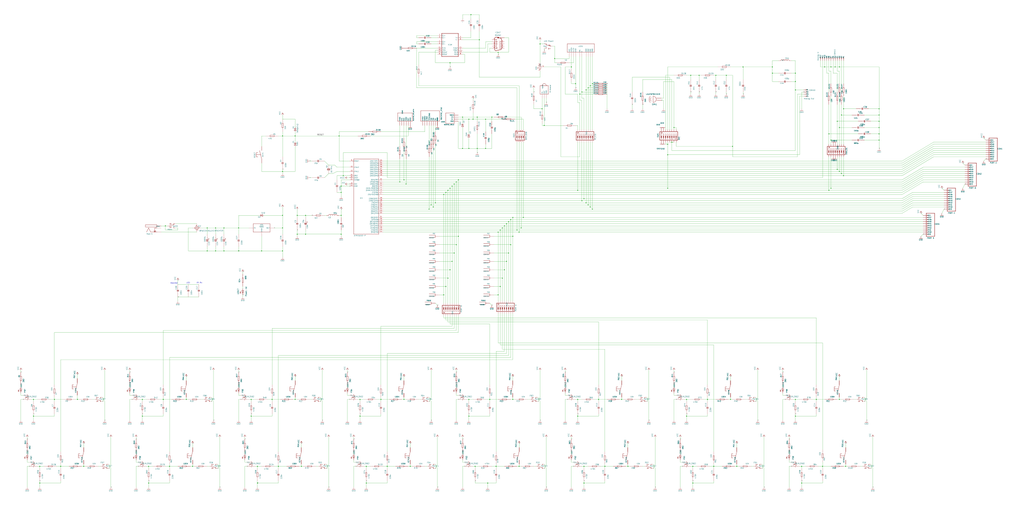
<source format=kicad_sch>
(kicad_sch
	(version 20231120)
	(generator "eeschema")
	(generator_version "8.0")
	(uuid "8430de6c-1761-4e75-b498-7d8ba276bcfc")
	(paper "User" 1242.64 620.471)
	
	(junction
		(at 40.64 485.14)
		(diameter 0)
		(color 0 0 0 0)
		(uuid "0050a515-40a1-4a4b-afa7-cad0db2d3590")
	)
	(junction
		(at 1016 147.32)
		(diameter 0)
		(color 0 0 0 0)
		(uuid "00c0c533-3216-49ec-8b74-1ba159304550")
	)
	(junction
		(at 810.26 175.26)
		(diameter 0)
		(color 0 0 0 0)
		(uuid "04abc893-03a3-4e22-9355-127901aafae7")
	)
	(junction
		(at 358.14 165.1)
		(diameter 0)
		(color 0 0 0 0)
		(uuid "069f7e5a-1d85-4fb3-aa9b-fda8bf25210d")
	)
	(junction
		(at 553.72 297.18)
		(diameter 0)
		(color 0 0 0 0)
		(uuid "06c90237-0e0b-49a1-8ddc-2b46361db7b4")
	)
	(junction
		(at 866.14 566.42)
		(diameter 0)
		(color 0 0 0 0)
		(uuid "07023a26-aebf-44e2-9dbd-cf20e1afdba9")
	)
	(junction
		(at 708.66 586.74)
		(diameter 0)
		(color 0 0 0 0)
		(uuid "071cfe91-b09e-4fd1-b0b9-550bca2447b1")
	)
	(junction
		(at 538.48 358.14)
		(diameter 0)
		(color 0 0 0 0)
		(uuid "092ce511-cba8-488c-becc-8d433b22f054")
	)
	(junction
		(at 1021.08 139.7)
		(diameter 0)
		(color 0 0 0 0)
		(uuid "0ae81064-7ca2-41e4-a0a7-6d5d9bf95903")
	)
	(junction
		(at 762 566.42)
		(diameter 0)
		(color 0 0 0 0)
		(uuid "0aeaaec2-f604-4e73-bac0-233e28ca3d87")
	)
	(junction
		(at 609.6 337.82)
		(diameter 0)
		(color 0 0 0 0)
		(uuid "0bbafeda-39ae-46b4-abf5-8d75f7f05df3")
	)
	(junction
		(at 226.06 485.14)
		(diameter 0)
		(color 0 0 0 0)
		(uuid "0d2f95b3-7519-4568-919a-d30759984954")
	)
	(junction
		(at 937.26 81.28)
		(diameter 0)
		(color 0 0 0 0)
		(uuid "0dda30c8-4f32-4a62-bec4-b0e3e8caf899")
	)
	(junction
		(at 568.96 505.46)
		(diameter 0)
		(color 0 0 0 0)
		(uuid "0e49343d-dd76-4958-851b-9e6e2a531134")
	)
	(junction
		(at 706.12 111.76)
		(diameter 0)
		(color 0 0 0 0)
		(uuid "105c89cc-17d7-4da7-9673-1260deac2f1c")
	)
	(junction
		(at 594.36 485.14)
		(diameter 0)
		(color 0 0 0 0)
		(uuid "10d3356b-04eb-4a81-afea-1e9c5fe3bb89")
	)
	(junction
		(at 604.52 63.5)
		(diameter 0)
		(color 0 0 0 0)
		(uuid "1173d27a-ab89-424a-98fd-372b65835ed4")
	)
	(junction
		(at 571.5 17.78)
		(diameter 0)
		(color 0 0 0 0)
		(uuid "12a3a2f7-cf71-456f-a20d-0e5eb016ebcc")
	)
	(junction
		(at 556.26 218.44)
		(diameter 0)
		(color 0 0 0 0)
		(uuid "130c3a3f-6e49-41eb-824c-0490ddb894a3")
	)
	(junction
		(at 1018.54 81.28)
		(diameter 0)
		(color 0 0 0 0)
		(uuid "13402627-2044-4788-b5a7-2665092681d4")
	)
	(junction
		(at 965.2 99.06)
		(diameter 0)
		(color 0 0 0 0)
		(uuid "1359d572-7061-4b2e-8576-3ab0f499b568")
	)
	(junction
		(at 271.78 276.86)
		(diameter 0)
		(color 0 0 0 0)
		(uuid "13d29f71-31bb-422c-be70-6ad761f0b269")
	)
	(junction
		(at 370.84 261.62)
		(diameter 0)
		(color 0 0 0 0)
		(uuid "144c24be-c547-406d-9a1c-fca0d8e11c84")
	)
	(junction
		(at 718.82 101.6)
		(diameter 0)
		(color 0 0 0 0)
		(uuid "15cf0976-a028-4ffb-aa1e-8916d38df590")
	)
	(junction
		(at 541.02 347.98)
		(diameter 0)
		(color 0 0 0 0)
		(uuid "170522d8-0088-41b8-bb3b-0e4e0c578827")
	)
	(junction
		(at 538.48 236.22)
		(diameter 0)
		(color 0 0 0 0)
		(uuid "170e4e8d-13ef-4d1c-a1d4-ac9a418172ff")
	)
	(junction
		(at 93.98 485.14)
		(diameter 0)
		(color 0 0 0 0)
		(uuid "1850d5ab-ae2c-4d95-b9a7-1c5eba1736ec")
	)
	(junction
		(at 541.02 233.68)
		(diameter 0)
		(color 0 0 0 0)
		(uuid "1979522c-4f8b-4933-b9a2-b413dbb9f651")
	)
	(junction
		(at 546.1 327.66)
		(diameter 0)
		(color 0 0 0 0)
		(uuid "1ad8f113-cf6e-41e4-a33c-448c402956ac")
	)
	(junction
		(at 553.72 220.98)
		(diameter 0)
		(color 0 0 0 0)
		(uuid "1c9a206b-42ef-4d5c-993c-58f30089d734")
	)
	(junction
		(at 840.74 566.42)
		(diameter 0)
		(color 0 0 0 0)
		(uuid "1cffe92f-894f-4932-857f-ab9b11ba0fcc")
	)
	(junction
		(at 1008.38 81.28)
		(diameter 0)
		(color 0 0 0 0)
		(uuid "1f646669-513d-485a-83fa-96ec9899f63d")
	)
	(junction
		(at 200.66 274.32)
		(diameter 0)
		(color 0 0 0 0)
		(uuid "21bb2818-f5b0-444b-98af-defd138451a5")
	)
	(junction
		(at 251.46 276.86)
		(diameter 0)
		(color 0 0 0 0)
		(uuid "2298fd6a-74f5-4909-8168-2ecb2f8f2af4")
	)
	(junction
		(at 711.2 246.38)
		(diameter 0)
		(color 0 0 0 0)
		(uuid "2676474f-af09-412d-ad6d-02e93e8752bd")
	)
	(junction
		(at 657.86 132.08)
		(diameter 0)
		(color 0 0 0 0)
		(uuid "26929064-ccb9-4f0e-8bc3-a88896992037")
	)
	(junction
		(at 436.88 505.46)
		(diameter 0)
		(color 0 0 0 0)
		(uuid "2867bc4b-d5f1-4b61-95a2-f1161bc724b2")
	)
	(junction
		(at 894.08 566.42)
		(diameter 0)
		(color 0 0 0 0)
		(uuid "28716dc0-1fa4-42e6-9001-aad8a2a596a1")
	)
	(junction
		(at 840.74 586.74)
		(diameter 0)
		(color 0 0 0 0)
		(uuid "28e46c10-47cf-4670-880d-c5c3a72e8189")
	)
	(junction
		(at 66.04 485.14)
		(diameter 0)
		(color 0 0 0 0)
		(uuid "29c446cc-f4b9-4978-a82d-bb702a4f43bd")
	)
	(junction
		(at 990.6 485.14)
		(diameter 0)
		(color 0 0 0 0)
		(uuid "2a32ea58-11c0-4e70-8b58-4ec2672e3a33")
	)
	(junction
		(at 172.72 505.46)
		(diameter 0)
		(color 0 0 0 0)
		(uuid "2b596ff5-bda7-4c9e-900a-95a6abde8c44")
	)
	(junction
		(at 817.88 154.94)
		(diameter 0)
		(color 0 0 0 0)
		(uuid "2c94b821-36a8-4365-8d9e-29e1eb277a0f")
	)
	(junction
		(at 868.68 91.44)
		(diameter 0)
		(color 0 0 0 0)
		(uuid "2db3c467-0f0f-4503-8020-3177b303b1f9")
	)
	(junction
		(at 1000.76 81.28)
		(diameter 0)
		(color 0 0 0 0)
		(uuid "30e27435-74f1-42af-8a20-9a16ca7dd2fb")
	)
	(junction
		(at 469.9 566.42)
		(diameter 0)
		(color 0 0 0 0)
		(uuid "339cefe6-6354-4da0-af53-ac96be79ff51")
	)
	(junction
		(at 101.6 566.42)
		(diameter 0)
		(color 0 0 0 0)
		(uuid "35e3ac87-f452-48ab-b1bb-300c215a34c1")
	)
	(junction
		(at 701.04 505.46)
		(diameter 0)
		(color 0 0 0 0)
		(uuid "371b56ba-503e-4188-9c74-0b31c24c710a")
	)
	(junction
		(at 972.82 566.42)
		(diameter 0)
		(color 0 0 0 0)
		(uuid "38e3b5c6-b23f-4cf5-a242-fa262e6c08c3")
	)
	(junction
		(at 1066.8 139.7)
		(diameter 0)
		(color 0 0 0 0)
		(uuid "3a78b8b8-edd9-4b56-a759-dc52a047fcd4")
	)
	(junction
		(at 632.46 276.86)
		(diameter 0)
		(color 0 0 0 0)
		(uuid "3a7a52e7-fa9c-4d95-8269-89057f765048")
	)
	(junction
		(at 596.9 142.24)
		(diameter 0)
		(color 0 0 0 0)
		(uuid "3c70ae16-30ba-4020-84dc-330d6bec3e35")
	)
	(junction
		(at 1016 205.74)
		(diameter 0)
		(color 0 0 0 0)
		(uuid "3c9adee3-f0bc-4b51-b83f-abfdbe1a834a")
	)
	(junction
		(at 360.68 261.62)
		(diameter 0)
		(color 0 0 0 0)
		(uuid "3d896064-6479-43bb-9374-01f42fa201c4")
	)
	(junction
		(at 525.78 251.46)
		(diameter 0)
		(color 0 0 0 0)
		(uuid "3e079608-fb16-4442-8575-9785f5bb92b2")
	)
	(junction
		(at 1026.16 566.42)
		(diameter 0)
		(color 0 0 0 0)
		(uuid "40b8d36f-9f99-44b3-8777-2355ced363ba")
	)
	(junction
		(at 810.26 228.6)
		(diameter 0)
		(color 0 0 0 0)
		(uuid "4137d339-6537-4c51-b4d0-c2d8c1fdddfb")
	)
	(junction
		(at 635 264.16)
		(diameter 0)
		(color 0 0 0 0)
		(uuid "423e877f-4d44-43c5-aee1-f546ba8b4438")
	)
	(junction
		(at 622.3 485.14)
		(diameter 0)
		(color 0 0 0 0)
		(uuid "44d5fe52-862a-43fb-a54d-685550f990e5")
	)
	(junction
		(at 342.9 261.62)
		(diameter 0)
		(color 0 0 0 0)
		(uuid "45a81594-2cb2-451a-8f2d-e33ba3606d7c")
	)
	(junction
		(at 342.9 304.8)
		(diameter 0)
		(color 0 0 0 0)
		(uuid "478a6e7f-9631-4f57-80c8-39d584c79c72")
	)
	(junction
		(at 561.34 142.24)
		(diameter 0)
		(color 0 0 0 0)
		(uuid "48b548c4-40da-4ec1-a981-bca26500fe2f")
	)
	(junction
		(at 1008.38 170.18)
		(diameter 0)
		(color 0 0 0 0)
		(uuid "4992f146-3b5c-495d-ba35-0778e03e84ed")
	)
	(junction
		(at 330.2 485.14)
		(diameter 0)
		(color 0 0 0 0)
		(uuid "49fdcd84-a7f2-4889-9f4c-1354bec3d0ee")
	)
	(junction
		(at 1021.08 210.82)
		(diameter 0)
		(color 0 0 0 0)
		(uuid "4a5a7b39-f6df-44be-833a-54a69dfe9077")
	)
	(junction
		(at 838.2 91.44)
		(diameter 0)
		(color 0 0 0 0)
		(uuid "4abfbaa1-c51b-47b2-ba3a-817ecaa88f7d")
	)
	(junction
		(at 1023.62 213.36)
		(diameter 0)
		(color 0 0 0 0)
		(uuid "4b545607-778d-41cf-8151-c0b4c97412fe")
	)
	(junction
		(at 436.88 485.14)
		(diameter 0)
		(color 0 0 0 0)
		(uuid "4ca2e09b-cffe-469f-92f1-673e919e7451")
	)
	(junction
		(at 579.12 142.24)
		(diameter 0)
		(color 0 0 0 0)
		(uuid "4dbd7cf2-8539-4423-8479-e507bf95a3cf")
	)
	(junction
		(at 901.7 81.28)
		(diameter 0)
		(color 0 0 0 0)
		(uuid "4f1e391d-5dc3-4ab4-9623-5439f984f8bc")
	)
	(junction
		(at 520.7 254)
		(diameter 0)
		(color 0 0 0 0)
		(uuid "4f3c8588-df41-4e67-8043-b243dbbfa197")
	)
	(junction
		(at 312.42 566.42)
		(diameter 0)
		(color 0 0 0 0)
		(uuid "4fceddd9-d984-489d-998f-42917a244f42")
	)
	(junction
		(at 337.82 566.42)
		(diameter 0)
		(color 0 0 0 0)
		(uuid "52d9a6bd-1e5e-4387-bfd7-e29d343bc668")
	)
	(junction
		(at 889 177.8)
		(diameter 0)
		(color 0 0 0 0)
		(uuid "53d715bf-ed40-4141-bc35-dae6176f6b56")
	)
	(junction
		(at 601.98 566.42)
		(diameter 0)
		(color 0 0 0 0)
		(uuid "54731e17-5f91-4f5c-92c5-f2b691b0c4ff")
	)
	(junction
		(at 589.28 144.78)
		(diameter 0)
		(color 0 0 0 0)
		(uuid "54f7b65e-1811-47bd-bc5d-5e0d7981cec3")
	)
	(junction
		(at 858.52 485.14)
		(diameter 0)
		(color 0 0 0 0)
		(uuid "558b5f44-a913-498c-8c49-3e3a8c51a689")
	)
	(junction
		(at 998.22 566.42)
		(diameter 0)
		(color 0 0 0 0)
		(uuid "56e254cc-6d2d-415e-bc5d-cce1900fe2d3")
	)
	(junction
		(at 490.22 218.44)
		(diameter 0)
		(color 0 0 0 0)
		(uuid "586581c2-5202-4c21-976d-f84b0a8b998e")
	)
	(junction
		(at 581.66 48.26)
		(diameter 0)
		(color 0 0 0 0)
		(uuid "58c107f5-968a-4803-949c-d4de2170e465")
	)
	(junction
		(at 815.34 172.72)
		(diameter 0)
		(color 0 0 0 0)
		(uuid "595dde0c-847a-48e2-ac79-523f3ebd191a")
	)
	(junction
		(at 543.56 337.82)
		(diameter 0)
		(color 0 0 0 0)
		(uuid "59939424-b2d9-4b3d-8067-f85387d3d88f")
	)
	(junction
		(at 261.62 304.8)
		(diameter 0)
		(color 0 0 0 0)
		(uuid "5a0e02a1-f3d2-4f2c-90d9-6aa378baecc1")
	)
	(junction
		(at 698.5 101.6)
		(diameter 0)
		(color 0 0 0 0)
		(uuid "5c199f7a-44f8-4229-993d-29b99a1c0302")
	)
	(junction
		(at 754.38 485.14)
		(diameter 0)
		(color 0 0 0 0)
		(uuid "5d743cd8-8b48-4863-91c4-14e021f78152")
	)
	(junction
		(at 556.26 287.02)
		(diameter 0)
		(color 0 0 0 0)
		(uuid "5f12c0ba-86a7-4d4e-83e3-ce3f2cbebffa")
	)
	(junction
		(at 261.62 276.86)
		(diameter 0)
		(color 0 0 0 0)
		(uuid "5fc96f9b-706c-48ae-ace1-b4d33ff3f48b")
	)
	(junction
		(at 713.74 248.92)
		(diameter 0)
		(color 0 0 0 0)
		(uuid "62af3b6f-1da4-465a-9bfa-c8fa3f429008")
	)
	(junction
		(at 1018.54 154.94)
		(diameter 0)
		(color 0 0 0 0)
		(uuid "65657ae9-896f-4542-874b-5716272e8a39")
	)
	(junction
		(at 358.14 485.14)
		(diameter 0)
		(color 0 0 0 0)
		(uuid "67ccc725-d936-4b21-a2cb-b1c986eaf1b1")
	)
	(junction
		(at 701.04 485.14)
		(diameter 0)
		(color 0 0 0 0)
		(uuid "684cba2e-2468-40d0-9202-93eefb522ef3")
	)
	(junction
		(at 528.32 246.38)
		(diameter 0)
		(color 0 0 0 0)
		(uuid "6c5420d8-195a-4361-8e87-680b5e03c93c")
	)
	(junction
		(at 810.26 187.96)
		(diameter 0)
		(color 0 0 0 0)
		(uuid "6d567666-d2ae-4a22-af1a-36b8d7c57cf2")
	)
	(junction
		(at 568.96 180.34)
		(diameter 0)
		(color 0 0 0 0)
		(uuid "6dcb1a15-7e67-4716-89ca-bfff34e642f2")
	)
	(junction
		(at 886.46 485.14)
		(diameter 0)
		(color 0 0 0 0)
		(uuid "6f66f6fb-afb3-4a66-baa7-2d0dada1e98b")
	)
	(junction
		(at 726.44 485.14)
		(diameter 0)
		(color 0 0 0 0)
		(uuid "73ad9276-0717-484d-a644-f37403976c13")
	)
	(junction
		(at 1066.8 132.08)
		(diameter 0)
		(color 0 0 0 0)
		(uuid "74223370-5d52-44e3-8f97-2cbd85c79f7e")
	)
	(junction
		(at 1066.8 147.32)
		(diameter 0)
		(color 0 0 0 0)
		(uuid "785369ca-ac4a-4398-b64a-ec9b72e47d18")
	)
	(junction
		(at 848.36 91.44)
		(diameter 0)
		(color 0 0 0 0)
		(uuid "78a01d27-8549-4e83-bcee-80c8eb86002d")
	)
	(junction
		(at 1018.54 208.28)
		(diameter 0)
		(color 0 0 0 0)
		(uuid "78db281b-ec94-430c-9ca8-3cee4be18187")
	)
	(junction
		(at 574.04 144.78)
		(diameter 0)
		(color 0 0 0 0)
		(uuid "794e60c9-1d66-4d74-b11d-ec2e86f3d304")
	)
	(junction
		(at 655.32 53.34)
		(diameter 0)
		(color 0 0 0 0)
		(uuid "79904606-2918-455d-85d0-244620364d11")
	)
	(junction
		(at 660.4 152.4)
		(diameter 0)
		(color 0 0 0 0)
		(uuid "7d31ad86-f195-4b9b-abe6-d4af88cf6553")
	)
	(junction
		(at 551.18 307.34)
		(diameter 0)
		(color 0 0 0 0)
		(uuid "7ebbdbdc-2d4e-4b82-a278-822945224a86")
	)
	(junction
		(at 546.1 76.2)
		(diameter 0)
		(color 0 0 0 0)
		(uuid "810e1c12-4c19-41ee-b719-a3ef94f61b8c")
	)
	(junction
		(at 289.56 304.8)
		(diameter 0)
		(color 0 0 0 0)
		(uuid "81293b2b-cf56-482c-a19f-68d41d278c3c")
	)
	(junction
		(at 414.02 233.68)
		(diameter 0)
		(color 0 0 0 0)
		(uuid "82ee45fc-c5fa-4e30-b3ec-e9d9c964622c")
	)
	(junction
		(at 360.68 284.48)
		(diameter 0)
		(color 0 0 0 0)
		(uuid "85d25b10-a18a-4dec-9926-aa544e9b5851")
	)
	(junction
		(at 716.28 104.14)
		(diameter 0)
		(color 0 0 0 0)
		(uuid "863cec1f-4492-4a24-a062-1c1ac1456d02")
	)
	(junction
		(at 416.56 213.36)
		(diameter 0)
		(color 0 0 0 0)
		(uuid "86f3081d-2598-4920-8d02-2e19f1e001fe")
	)
	(junction
		(at 548.64 317.5)
		(diameter 0)
		(color 0 0 0 0)
		(uuid "8b3b11cd-fe16-4f24-b9b5-e7a6e29ca2d9")
	)
	(junction
		(at 1018.54 485.14)
		(diameter 0)
		(color 0 0 0 0)
		(uuid "8c22a514-a071-46c3-962c-3e350755a202")
	)
	(junction
		(at 1013.46 81.28)
		(diameter 0)
		(color 0 0 0 0)
		(uuid "8cb87a66-71a0-476b-8fd7-d557367cd296")
	)
	(junction
		(at 614.68 317.5)
		(diameter 0)
		(color 0 0 0 0)
		(uuid "8ce8c457-5034-45a2-8db0-1e9f6af7110e")
	)
	(junction
		(at 251.46 304.8)
		(diameter 0)
		(color 0 0 0 0)
		(uuid "8e81ac11-ae68-4f1b-b479-41e28235b29b")
	)
	(junction
		(at 342.9 276.86)
		(diameter 0)
		(color 0 0 0 0)
		(uuid "8e952545-af6d-48d2-b89b-9b1b3c876f4b")
	)
	(junction
		(at 414.02 261.62)
		(diameter 0)
		(color 0 0 0 0)
		(uuid "9006f311-7358-48b8-8b85-cf5a9f873985")
	)
	(junction
		(at 713.74 106.68)
		(diameter 0)
		(color 0 0 0 0)
		(uuid "90925cc2-430d-4094-8535-6884dd8abff3")
	)
	(junction
		(at 576.58 566.42)
		(diameter 0)
		(color 0 0 0 0)
		(uuid "90e40449-6496-4a27-9791-8beb5817996c")
	)
	(junction
		(at 617.22 269.24)
		(diameter 0)
		(color 0 0 0 0)
		(uuid "911efd3c-870a-40d8-aab7-4757d63e96fa")
	)
	(junction
		(at 607.06 347.98)
		(diameter 0)
		(color 0 0 0 0)
		(uuid "9145c594-67ef-4d8c-94b4-67cff11c16ab")
	)
	(junction
		(at 444.5 566.42)
		(diameter 0)
		(color 0 0 0 0)
		(uuid "917d2817-01fa-4331-8290-617cc51a3018")
	)
	(junction
		(at 342.9 165.1)
		(diameter 0)
		(color 0 0 0 0)
		(uuid "96ae4759-b90e-474c-b302-449203bacb64")
	)
	(junction
		(at 708.66 241.3)
		(diameter 0)
		(color 0 0 0 0)
		(uuid "9843eaeb-8608-4991-8fab-d1889211d55b")
	)
	(junction
		(at 673.1 71.12)
		(diameter 0)
		(color 0 0 0 0)
		(uuid "9993c8fb-18f0-4eb4-a06b-6973f02fdadc")
	)
	(junction
		(at 716.28 251.46)
		(diameter 0)
		(color 0 0 0 0)
		(uuid "9ae94b83-af87-4daf-a51a-3b963b67ba32")
	)
	(junction
		(at 485.14 220.98)
		(diameter 0)
		(color 0 0 0 0)
		(uuid "9b7e0bd0-7e53-453e-ac5c-649c7a4c52ed")
	)
	(junction
		(at 607.06 279.4)
		(diameter 0)
		(color 0 0 0 0)
		(uuid "9c4f51b3-22b3-4f4b-be9c-1f65a6b1ada6")
	)
	(junction
		(at 972.82 586.74)
		(diameter 0)
		(color 0 0 0 0)
		(uuid "9c76b5bb-e35b-4938-adac-59e6a7d6e702")
	)
	(junction
		(at 693.42 81.28)
		(diameter 0)
		(color 0 0 0 0)
		(uuid "9d600cf4-d4d6-45ca-a0d0-5c2b8dbfacc4")
	)
	(junction
		(at 304.8 485.14)
		(diameter 0)
		(color 0 0 0 0)
		(uuid "9d82bd3c-0be4-46ed-9dc2-7292a0c44186")
	)
	(junction
		(at 543.56 231.14)
		(diameter 0)
		(color 0 0 0 0)
		(uuid "a1c0d671-a5cd-48a7-b60a-f9ad5e30ea41")
	)
	(junction
		(at 568.96 485.14)
		(diameter 0)
		(color 0 0 0 0)
		(uuid "a1ee4445-e679-478c-b11d-0bbb97d71f93")
	)
	(junction
		(at 342.9 208.28)
		(diameter 0)
		(color 0 0 0 0)
		(uuid "a3d4285b-58af-4852-b7a5-e8eecec59e37")
	)
	(junction
		(at 444.5 586.74)
		(diameter 0)
		(color 0 0 0 0)
		(uuid "a76a1c3a-69c3-4179-a86e-39faa07eccb9")
	)
	(junction
		(at 317.5 304.8)
		(diameter 0)
		(color 0 0 0 0)
		(uuid "abb58ccc-08bb-42d0-acec-279fd4554bdc")
	)
	(junction
		(at 627.38 279.4)
		(diameter 0)
		(color 0 0 0 0)
		(uuid "abf1a7a4-37b1-4664-8a43-086462d5e173")
	)
	(junction
		(at 1005.84 162.56)
		(diameter 0)
		(color 0 0 0 0)
		(uuid "ad8d2359-f3ef-4d39-b193-9af4988c4372")
	)
	(junction
		(at 492.76 223.52)
		(diameter 0)
		(color 0 0 0 0)
		(uuid "adfe967c-4d2a-44d4-a674-ac7bee723420")
	)
	(junction
		(at 965.2 109.22)
		(diameter 0)
		(color 0 0 0 0)
		(uuid "aec63336-bad5-4bd8-b6ad-32e523b10589")
	)
	(junction
		(at 561.34 180.34)
		(diameter 0)
		(color 0 0 0 0)
		(uuid "b0ec4e45-c104-4465-91fc-dbbdfdaf4b58")
	)
	(junction
		(at 701.04 231.14)
		(diameter 0)
		(color 0 0 0 0)
		(uuid "b16d5fb8-537f-483a-93a7-f86d2c6c6035")
	)
	(junction
		(at 414.02 226.06)
		(diameter 0)
		(color 0 0 0 0)
		(uuid "b211abf0-88fd-4915-a372-fef151ee97da")
	)
	(junction
		(at 619.76 297.18)
		(diameter 0)
		(color 0 0 0 0)
		(uuid "b2c208ca-74ed-4467-8217-4216401f7bf1")
	)
	(junction
		(at 490.22 485.14)
		(diameter 0)
		(color 0 0 0 0)
		(uuid "b81c0e04-ac1b-4436-b373-1f86f04b621e")
	)
	(junction
		(at 414.02 284.48)
		(diameter 0)
		(color 0 0 0 0)
		(uuid "b953996c-b780-493d-a843-dcf5eb07f15f")
	)
	(junction
		(at 617.22 307.34)
		(diameter 0)
		(color 0 0 0 0)
		(uuid "b96bde46-3b2d-4cb8-8446-dd42a88ca30a")
	)
	(junction
		(at 198.12 485.14)
		(diameter 0)
		(color 0 0 0 0)
		(uuid "ba3cdfdf-c051-464f-a4cb-9546a356dbdd")
	)
	(junction
		(at 1023.62 132.08)
		(diameter 0)
		(color 0 0 0 0)
		(uuid "bbd0b15f-0f69-4795-8b0d-b7be623cd5af")
	)
	(junction
		(at 40.64 505.46)
		(diameter 0)
		(color 0 0 0 0)
		(uuid "bc23de19-a0cf-46fd-b3c0-702c53845838")
	)
	(junction
		(at 180.34 566.42)
		(diameter 0)
		(color 0 0 0 0)
		(uuid "bc4117da-0774-4c61-bf97-3ab8ea0767c2")
	)
	(junction
		(at 833.12 505.46)
		(diameter 0)
		(color 0 0 0 0)
		(uuid "bee97a85-1db7-45c6-9be6-45abe1ff84b5")
	)
	(junction
		(at 614.68 271.78)
		(diameter 0)
		(color 0 0 0 0)
		(uuid "bf4a6ae5-4fa1-4fa6-afe2-bdb9f03b1b6c")
	)
	(junction
		(at 1066.8 162.56)
		(diameter 0)
		(color 0 0 0 0)
		(uuid "c109b219-9790-40d9-9c84-637d28bd4907")
	)
	(junction
		(at 205.74 566.42)
		(diameter 0)
		(color 0 0 0 0)
		(uuid "c2466cb0-9a9e-4c49-86a8-9ccdfa1510cc")
	)
	(junction
		(at 370.84 284.48)
		(diameter 0)
		(color 0 0 0 0)
		(uuid "c24e13de-410c-4a3c-941e-8161bebd5c1e")
	)
	(junction
		(at 619.76 266.7)
		(diameter 0)
		(color 0 0 0 0)
		(uuid "c283edc6-681d-4049-8073-542178ba02ce")
	)
	(junction
		(at 312.42 586.74)
		(diameter 0)
		(color 0 0 0 0)
		(uuid "c2a8b679-c4f8-47bb-afe0-4df86f1b36e4")
	)
	(junction
		(at 568.96 144.78)
		(diameter 0)
		(color 0 0 0 0)
		(uuid "c35818ad-d999-4012-bb44-f30b6887d8f1")
	)
	(junction
		(at 180.34 586.74)
		(diameter 0)
		(color 0 0 0 0)
		(uuid "c3bd5d4c-4330-4329-a9e2-628c84488930")
	)
	(junction
		(at 462.28 485.14)
		(diameter 0)
		(color 0 0 0 0)
		(uuid "c57324ab-4e0b-4152-bf93-b777e387afbc")
	)
	(junction
		(at 622.3 264.16)
		(diameter 0)
		(color 0 0 0 0)
		(uuid "c6e5d4f6-7a9c-4c78-9e27-2c64140eab01")
	)
	(junction
		(at 965.2 88.9)
		(diameter 0)
		(color 0 0 0 0)
		(uuid "c7e8336a-edb5-4369-aef0-979b8715c463")
	)
	(junction
		(at 1066.8 154.94)
		(diameter 0)
		(color 0 0 0 0)
		(uuid "ca411948-7ebc-42ea-8cbf-11fe59bea79a")
	)
	(junction
		(at 48.26 566.42)
		(diameter 0)
		(color 0 0 0 0)
		(uuid "cad79d32-ff4a-4615-b5d0-2cd8c244cd33")
	)
	(junction
		(at 548.64 226.06)
		(diameter 0)
		(color 0 0 0 0)
		(uuid "cc81f512-cbe0-4c43-9fcd-7d6447bb10b1")
	)
	(junction
		(at 629.92 281.94)
		(diameter 0)
		(color 0 0 0 0)
		(uuid "cd51457d-04d5-4518-bed3-634bb8ab2fa6")
	)
	(junction
		(at 271.78 304.8)
		(diameter 0)
		(color 0 0 0 0)
		(uuid "cd96bfb0-fc3e-401d-9f08-234dc5cb422b")
	)
	(junction
		(at 734.06 566.42)
		(diameter 0)
		(color 0 0 0 0)
		(uuid "cdc77f0e-cdf6-40ea-ada9-f9c35bba692d")
	)
	(junction
		(at 609.6 276.86)
		(diameter 0)
		(color 0 0 0 0)
		(uuid "ce7248fc-bc06-4253-b867-b56b262c9271")
	)
	(junction
		(at 708.66 566.42)
		(diameter 0)
		(color 0 0 0 0)
		(uuid "cfd7977e-19d3-4fa9-915c-23441959c590")
	)
	(junction
		(at 304.8 505.46)
		(diameter 0)
		(color 0 0 0 0)
		(uuid "d0424aa5-ea06-42d6-ba86-b726fc87a0b7")
	)
	(junction
		(at 965.2 505.46)
		(diameter 0)
		(color 0 0 0 0)
		(uuid "d0ce16da-164b-4852-b587-9642559621b7")
	)
	(junction
		(at 612.14 274.32)
		(diameter 0)
		(color 0 0 0 0)
		(uuid "d1366147-f10e-477a-89f2-f69e44cf1825")
	)
	(junction
		(at 937.26 88.9)
		(diameter 0)
		(color 0 0 0 0)
		(uuid "d2124700-f406-45f3-9f18-d87fd6caca68")
	)
	(junction
		(at 546.1 228.6)
		(diameter 0)
		(color 0 0 0 0)
		(uuid "d2bd79a3-597e-4da2-8a9a-978f549d8548")
	)
	(junction
		(at 881.38 91.44)
		(diameter 0)
		(color 0 0 0 0)
		(uuid "d3d5fae0-c2ef-41e4-be65-9c77c6595337")
	)
	(junction
		(at 706.12 243.84)
		(diameter 0)
		(color 0 0 0 0)
		(uuid "d4a1b064-0c58-4d90-a6ae-fc88a5eda952")
	)
	(junction
		(at 604.52 358.14)
		(diameter 0)
		(color 0 0 0 0)
		(uuid "d53dd3a8-81d1-4464-b6cb-dfff35300e12")
	)
	(junction
		(at 703.58 114.3)
		(diameter 0)
		(color 0 0 0 0)
		(uuid "d5492fed-065f-4037-a716-4fee4110b0be")
	)
	(junction
		(at 629.92 566.42)
		(diameter 0)
		(color 0 0 0 0)
		(uuid "d5740bd5-7293-4a33-9b78-3ffa91db3c40")
	)
	(junction
		(at 497.84 566.42)
		(diameter 0)
		(color 0 0 0 0)
		(uuid "d5985cbf-d62e-4041-801c-b2e4b470ac6f")
	)
	(junction
		(at 1005.84 231.14)
		(diameter 0)
		(color 0 0 0 0)
		(uuid "d99aa34d-cd7b-491a-a60c-a6694b4a651d")
	)
	(junction
		(at 523.24 248.92)
		(diameter 0)
		(color 0 0 0 0)
		(uuid "dccd0591-42ab-4e39-a9a6-40276bce478e")
	)
	(junction
		(at 289.56 276.86)
		(diameter 0)
		(color 0 0 0 0)
		(uuid "dd9a28a6-bba1-46c9-9bdd-5f2aa28cbff7")
	)
	(junction
		(at 589.28 180.34)
		(diameter 0)
		(color 0 0 0 0)
		(uuid "e0102b03-c53a-4950-8a5b-dac75fc9c3de")
	)
	(junction
		(at 172.72 485.14)
		(diameter 0)
		(color 0 0 0 0)
		(uuid "e0fa59fb-b466-4529-9ad1-507a0e0a9f2c")
	)
	(junction
		(at 411.48 165.1)
		(diameter 0)
		(color 0 0 0 0)
		(uuid "e121f4ad-9b98-4f58-b177-cddaf27d5bb0")
	)
	(junction
		(at 1008.38 228.6)
		(diameter 0)
		(color 0 0 0 0)
		(uuid "e2a2beef-cc8f-4fc7-8ffb-b693c3f0689c")
	)
	(junction
		(at 48.26 586.74)
		(diameter 0)
		(color 0 0 0 0)
		(uuid "e6241074-bf67-4cf2-955e-611f9378c6da")
	)
	(junction
		(at 833.12 485.14)
		(diameter 0)
		(color 0 0 0 0)
		(uuid "e9656b4d-b677-4b83-ae22-347cb434b011")
	)
	(junction
		(at 711.2 109.22)
		(diameter 0)
		(color 0 0 0 0)
		(uuid "ea7e1673-0423-4dc2-80fe-651e16807cf8")
	)
	(junction
		(at 1066.8 170.18)
		(diameter 0)
		(color 0 0 0 0)
		(uuid "eb4429e7-b4ff-4e28-82bc-47c625d60752")
	)
	(junction
		(at 579.12 180.34)
		(diameter 0)
		(color 0 0 0 0)
		(uuid "f07d8c65-c201-4644-a77e-ec9bb50ec179")
	)
	(junction
		(at 622.3 287.02)
		(diameter 0)
		(color 0 0 0 0)
		(uuid "f088a7ae-6019-4b4c-b2f1-4a30b91770a2")
	)
	(junction
		(at 551.18 223.52)
		(diameter 0)
		(color 0 0 0 0)
		(uuid "f5123653-7d3d-4189-90ef-9c99bc907aee")
	)
	(junction
		(at 965.2 485.14)
		(diameter 0)
		(color 0 0 0 0)
		(uuid "f75856fe-e5bf-449a-b45c-827b83ec2e07")
	)
	(junction
		(at 604.52 281.94)
		(diameter 0)
		(color 0 0 0 0)
		(uuid "f7a66682-3c31-4904-81ae-ed71537bab85")
	)
	(junction
		(at 718.82 254)
		(diameter 0)
		(color 0 0 0 0)
		(uuid "f93a3a49-87dd-433e-baa7-843030aa6a87")
	)
	(junction
		(at 612.14 327.66)
		(diameter 0)
		(color 0 0 0 0)
		(uuid "faab7927-27ea-466f-8674-95750a2a1f57")
	)
	(junction
		(at 365.76 566.42)
		(diameter 0)
		(color 0 0 0 0)
		(uuid "fcf713bd-2d42-4faa-85d9-e683b63fc917")
	)
	(junction
		(at 73.66 566.42)
		(diameter 0)
		(color 0 0 0 0)
		(uuid "fd8cdb1f-a69d-447c-9d5f-11a763de8844")
	)
	(junction
		(at 591.82 586.74)
		(diameter 0)
		(color 0 0 0 0)
		(uuid "fe665732-3275-4ccf-85e4-a631621ad4f9")
	)
	(junction
		(at 233.68 566.42)
		(diameter 0)
		(color 0 0 0 0)
		(uuid "ff958b85-9187-4bd2-93dd-956c6ab1fa27")
	)
	(wire
		(pts
			(xy 1120.14 203.2) (xy 1170.94 203.2)
		)
		(stroke
			(width 0)
			(type default)
		)
		(uuid "00a80a87-5bc7-472d-8e8e-902d69ad74ad")
	)
	(wire
		(pts
			(xy 1000.76 81.28) (xy 995.68 81.28)
		)
		(stroke
			(width 0)
			(type default)
		)
		(uuid "011949d2-063b-46d5-a254-0b585c9a8a6e")
	)
	(wire
		(pts
			(xy 416.56 185.42) (xy 416.56 213.36)
		)
		(stroke
			(width 0)
			(type default)
		)
		(uuid "0124e2cd-8ed1-45e4-af91-0473fcdd15dd")
	)
	(wire
		(pts
			(xy 568.96 485.14) (xy 566.42 485.14)
		)
		(stroke
			(width 0)
			(type default)
		)
		(uuid "0161bf97-26da-4f72-9357-0d83d3a5a3ea")
	)
	(wire
		(pts
			(xy 469.9 429.26) (xy 469.9 548.64)
		)
		(stroke
			(width 0)
			(type default)
		)
		(uuid "01a008ec-86ce-4d84-95b5-62d3c0611f9b")
	)
	(wire
		(pts
			(xy 627.38 172.72) (xy 627.38 279.4)
		)
		(stroke
			(width 0)
			(type default)
		)
		(uuid "01de1aac-2f4f-49ec-854f-15574cddf9cd")
	)
	(wire
		(pts
			(xy 619.76 266.7) (xy 464.82 266.7)
		)
		(stroke
			(width 0)
			(type default)
		)
		(uuid "01e06266-613e-4313-91cf-0123f91408ba")
	)
	(wire
		(pts
			(xy 508 485.14) (xy 510.54 485.14)
		)
		(stroke
			(width 0)
			(type default)
		)
		(uuid "023ab1c8-fea6-4eda-aaea-2fd0f8be9f8b")
	)
	(wire
		(pts
			(xy 965.2 182.88) (xy 815.34 182.88)
		)
		(stroke
			(width 0)
			(type default)
		)
		(uuid "02848d1f-063e-4c07-9331-344780f42910")
	)
	(wire
		(pts
			(xy 546.1 368.3) (xy 546.1 327.66)
		)
		(stroke
			(width 0)
			(type default)
		)
		(uuid "033e0b3b-f5a9-4025-ae84-90291848851f")
	)
	(wire
		(pts
			(xy 490.22 218.44) (xy 464.82 218.44)
		)
		(stroke
			(width 0)
			(type default)
		)
		(uuid "038705b3-7bf6-4e4a-8449-c420031c5c81")
	)
	(wire
		(pts
			(xy 685.8 480.06) (xy 685.8 477.52)
		)
		(stroke
			(width 0)
			(type default)
		)
		(uuid "03b4601a-eb23-4d97-b396-0712531ce12b")
	)
	(wire
		(pts
			(xy 25.4 485.14) (xy 25.4 510.54)
		)
		(stroke
			(width 0)
			(type default)
		)
		(uuid "03bf688c-ce9c-4e37-81ad-5b6c21427fae")
	)
	(wire
		(pts
			(xy 825.5 533.4) (xy 825.5 530.86)
		)
		(stroke
			(width 0)
			(type default)
		)
		(uuid "03f7b64f-2425-451e-b8be-8351c52aaab8")
	)
	(wire
		(pts
			(xy 66.04 502.92) (xy 66.04 505.46)
		)
		(stroke
			(width 0)
			(type default)
		)
		(uuid "03ffadcc-3c7f-4b56-81f7-d7eddd31348b")
	)
	(wire
		(pts
			(xy 685.8 114.3) (xy 685.8 81.28)
		)
		(stroke
			(width 0)
			(type default)
		)
		(uuid "042a9df9-1609-4459-8543-b4d911be9234")
	)
	(wire
		(pts
			(xy 561.34 58.42) (xy 589.28 58.42)
		)
		(stroke
			(width 0)
			(type default)
		)
		(uuid "044f6f4e-5176-4267-ba9a-d3531a7650fc")
	)
	(wire
		(pts
			(xy 523.24 482.6) (xy 523.24 449.58)
		)
		(stroke
			(width 0)
			(type default)
		)
		(uuid "0483f3c1-9086-4821-a488-a8e17f8ec935")
	)
	(wire
		(pts
			(xy 66.04 485.14) (xy 60.96 485.14)
		)
		(stroke
			(width 0)
			(type default)
		)
		(uuid "049c7733-4143-42a4-b355-6952b5fe8c0f")
	)
	(wire
		(pts
			(xy 469.9 586.74) (xy 444.5 586.74)
		)
		(stroke
			(width 0)
			(type default)
		)
		(uuid "05420d08-d5ae-4c0d-a3af-8a6be49b774c")
	)
	(wire
		(pts
			(xy 1107.44 243.84) (xy 1145.54 243.84)
		)
		(stroke
			(width 0)
			(type default)
		)
		(uuid "059a15a5-c367-42f3-a7ef-5284ac3ce210")
	)
	(wire
		(pts
			(xy 363.22 566.42) (xy 365.76 566.42)
		)
		(stroke
			(width 0)
			(type default)
		)
		(uuid "05a452b5-3f40-49b2-8e17-0585211f92fb")
	)
	(wire
		(pts
			(xy 424.18 218.44) (xy 414.02 218.44)
		)
		(stroke
			(width 0)
			(type default)
		)
		(uuid "07109fe4-c7c6-4521-bd16-183548c05ea4")
	)
	(wire
		(pts
			(xy 612.14 566.42) (xy 601.98 566.42)
		)
		(stroke
			(width 0)
			(type default)
		)
		(uuid "072bdad2-f781-49e3-b4f5-88a4269cbe1f")
	)
	(wire
		(pts
			(xy 635 144.78) (xy 635 157.48)
		)
		(stroke
			(width 0)
			(type default)
		)
		(uuid "074b50ae-a3a0-46f5-bb1e-815f83849d92")
	)
	(wire
		(pts
			(xy 627.38 279.4) (xy 607.06 279.4)
		)
		(stroke
			(width 0)
			(type default)
		)
		(uuid "075121a0-c9d5-414c-bd1c-2eb5fddc2ec1")
	)
	(wire
		(pts
			(xy 1107.44 233.68) (xy 1145.54 233.68)
		)
		(stroke
			(width 0)
			(type default)
		)
		(uuid "07e859e5-58be-4b09-9bc3-82b8d8b950e5")
	)
	(wire
		(pts
			(xy 304.8 502.92) (xy 304.8 505.46)
		)
		(stroke
			(width 0)
			(type default)
		)
		(uuid "0810147f-b2ed-4930-9363-bd4a4d76dcbe")
	)
	(wire
		(pts
			(xy 614.68 381) (xy 614.68 429.26)
		)
		(stroke
			(width 0)
			(type default)
		)
		(uuid "084ae4a6-3452-4617-a3fd-413494a6d943")
	)
	(wire
		(pts
			(xy 1196.34 193.04) (xy 1193.8 195.58)
		)
		(stroke
			(width 0)
			(type default)
		)
		(uuid "08949d4d-b97c-410d-b60b-5fcb420d340e")
	)
	(wire
		(pts
			(xy 73.66 566.42) (xy 68.58 566.42)
		)
		(stroke
			(width 0)
			(type default)
		)
		(uuid "08c78cb0-fb4e-41a3-9de7-6c2db287311e")
	)
	(wire
		(pts
			(xy 990.6 485.14) (xy 985.52 485.14)
		)
		(stroke
			(width 0)
			(type default)
		)
		(uuid "08e32ec3-0763-45ca-b12c-abeb952315b3")
	)
	(wire
		(pts
			(xy 289.56 480.06) (xy 289.56 477.52)
		)
		(stroke
			(width 0)
			(type default)
		)
		(uuid "093edaee-3431-44a6-aff0-c10615b3c2e7")
	)
	(wire
		(pts
			(xy 581.66 93.98) (xy 581.66 48.26)
		)
		(stroke
			(width 0)
			(type default)
		)
		(uuid "0961dce3-6128-4edb-bea1-10ece3a368a8")
	)
	(wire
		(pts
			(xy 894.08 538.48) (xy 894.08 543.56)
		)
		(stroke
			(width 0)
			(type default)
		)
		(uuid "096a97d1-9b24-4c0a-97bf-9d71d3a60a54")
	)
	(wire
		(pts
			(xy 1094.74 203.2) (xy 1132.84 180.34)
		)
		(stroke
			(width 0)
			(type default)
		)
		(uuid "09d6b4ae-e3f5-4246-95c2-4ab42e008e6d")
	)
	(wire
		(pts
			(xy 998.22 566.42) (xy 993.14 566.42)
		)
		(stroke
			(width 0)
			(type default)
		)
		(uuid "09db373b-434a-4f3f-af77-a2bec67202bc")
	)
	(wire
		(pts
			(xy 833.12 91.44) (xy 838.2 91.44)
		)
		(stroke
			(width 0)
			(type default)
		)
		(uuid "0a096eb7-b578-4b95-800a-019c3903dbcd")
	)
	(wire
		(pts
			(xy 205.74 586.74) (xy 180.34 586.74)
		)
		(stroke
			(width 0)
			(type default)
		)
		(uuid "0a756825-6076-4bf6-ad4c-015e353b7e68")
	)
	(wire
		(pts
			(xy 622.3 264.16) (xy 464.82 264.16)
		)
		(stroke
			(width 0)
			(type default)
		)
		(uuid "0a837563-24dc-43f7-a548-835d8ba405ad")
	)
	(wire
		(pts
			(xy 1094.74 195.58) (xy 1132.84 172.72)
		)
		(stroke
			(width 0)
			(type default)
		)
		(uuid "0a9cad31-f600-4602-b0b3-c385e36f85d8")
	)
	(wire
		(pts
			(xy 1132.84 190.5) (xy 1196.34 190.5)
		)
		(stroke
			(width 0)
			(type default)
		)
		(uuid "0afd2ba9-16f1-41e4-ae32-ef76c8a1fc8b")
	)
	(wire
		(pts
			(xy 469.9 566.42) (xy 469.9 568.96)
		)
		(stroke
			(width 0)
			(type default)
		)
		(uuid "0b689dc3-fe6f-4ec9-830a-7e2d1b798094")
	)
	(wire
		(pts
			(xy 734.06 563.88) (xy 734.06 566.42)
		)
		(stroke
			(width 0)
			(type default)
		)
		(uuid "0bab1d48-da8f-4825-97bd-787cbf02267d")
	)
	(wire
		(pts
			(xy 403.86 210.82) (xy 408.94 208.28)
		)
		(stroke
			(width 0)
			(type default)
		)
		(uuid "0bc481aa-d696-4ebd-bba8-1edeac6ef755")
	)
	(wire
		(pts
			(xy 927.1 591.82) (xy 927.1 568.96)
		)
		(stroke
			(width 0)
			(type default)
		)
		(uuid "0bf5d2ab-f672-4bb5-9ab6-05b84448628c")
	)
	(wire
		(pts
			(xy 792.48 568.96) (xy 795.02 563.88)
		)
		(stroke
			(width 0)
			(type default)
		)
		(uuid "0c20ca55-1145-4429-a915-5352001ce6c7")
	)
	(wire
		(pts
			(xy 1021.08 190.5) (xy 1021.08 210.82)
		)
		(stroke
			(width 0)
			(type default)
		)
		(uuid "0c3d6dc4-d0ac-46cb-a1cd-fde1659f9bf4")
	)
	(wire
		(pts
			(xy 734.06 424.18) (xy 734.06 548.64)
		)
		(stroke
			(width 0)
			(type default)
		)
		(uuid "0c6a19e0-0eb1-4b62-b0fa-458e9b2a0095")
	)
	(wire
		(pts
			(xy 701.04 502.92) (xy 701.04 505.46)
		)
		(stroke
			(width 0)
			(type default)
		)
		(uuid "0cc86c35-662c-45b3-8ce5-ad43bb619766")
	)
	(wire
		(pts
			(xy 828.04 561.34) (xy 825.5 561.34)
		)
		(stroke
			(width 0)
			(type default)
		)
		(uuid "0cccaf7f-1381-4e85-b4f4-4db41d80137c")
	)
	(wire
		(pts
			(xy 937.26 81.28) (xy 937.26 88.9)
		)
		(stroke
			(width 0)
			(type default)
		)
		(uuid "0cf5c588-a0c0-4cc4-87d4-19945f3c3308")
	)
	(wire
		(pts
			(xy 629.92 563.88) (xy 629.92 566.42)
		)
		(stroke
			(width 0)
			(type default)
		)
		(uuid "0dc49f63-34a3-44b7-88f8-66ba9822c3ca")
	)
	(wire
		(pts
			(xy 304.8 485.14) (xy 304.8 487.68)
		)
		(stroke
			(width 0)
			(type default)
		)
		(uuid "0dec734b-4e9b-4ce3-b70f-252d2b2d7469")
	)
	(wire
		(pts
			(xy 441.96 566.42) (xy 444.5 566.42)
		)
		(stroke
			(width 0)
			(type default)
		)
		(uuid "0df6f684-7316-4780-9831-f9b5a5a05ae4")
	)
	(wire
		(pts
			(xy 965.2 73.66) (xy 960.12 73.66)
		)
		(stroke
			(width 0)
			(type default)
		)
		(uuid "0e1944f5-0158-4069-9a0c-ff9fe47a87ce")
	)
	(wire
		(pts
			(xy 73.66 563.88) (xy 73.66 566.42)
		)
		(stroke
			(width 0)
			(type default)
		)
		(uuid "0e419d7b-da0f-4ca0-b61b-c29b2c72ef8f")
	)
	(wire
		(pts
			(xy 462.28 485.14) (xy 457.2 485.14)
		)
		(stroke
			(width 0)
			(type default)
		)
		(uuid "0e66ff49-a924-4f88-a5e0-a83a15b26e3f")
	)
	(wire
		(pts
			(xy 589.28 180.34) (xy 579.12 180.34)
		)
		(stroke
			(width 0)
			(type default)
		)
		(uuid "0e72994b-cc09-4250-953e-2e405d306242")
	)
	(wire
		(pts
			(xy 505.46 106.68) (xy 505.46 58.42)
		)
		(stroke
			(width 0)
			(type default)
		)
		(uuid "0e83187a-59b1-4d07-b0e3-bf63ad808d13")
	)
	(wire
		(pts
			(xy 817.88 157.48) (xy 817.88 154.94)
		)
		(stroke
			(width 0)
			(type default)
		)
		(uuid "0eca3d24-94be-49e7-b1df-3b7cf8045664")
	)
	(wire
		(pts
			(xy 965.2 99.06) (xy 965.2 88.9)
		)
		(stroke
			(width 0)
			(type default)
		)
		(uuid "0f15ff5f-4707-485e-818e-9e3217d30ea4")
	)
	(wire
		(pts
			(xy 820.42 177.8) (xy 889 177.8)
		)
		(stroke
			(width 0)
			(type default)
		)
		(uuid "0f3b6231-9e55-479d-a1a5-305f363c467c")
	)
	(wire
		(pts
			(xy 998.22 416.56) (xy 998.22 546.1)
		)
		(stroke
			(width 0)
			(type default)
		)
		(uuid "0f3fb081-1a17-4de7-aba7-a13034797697")
	)
	(wire
		(pts
			(xy 462.28 396.24) (xy 462.28 467.36)
		)
		(stroke
			(width 0)
			(type default)
		)
		(uuid "0fa076ac-cf1d-456a-9a97-c16b21e81cb2")
	)
	(wire
		(pts
			(xy 1117.6 259.08) (xy 1120.14 261.62)
		)
		(stroke
			(width 0)
			(type default)
		)
		(uuid "0fa1e9a4-665c-49d7-9870-8586c1d1fb22")
	)
	(wire
		(pts
			(xy 1094.74 236.22) (xy 1120.14 220.98)
		)
		(stroke
			(width 0)
			(type default)
		)
		(uuid "1023065b-8de8-4dcd-833a-83bbea8402cd")
	)
	(wire
		(pts
			(xy 937.26 88.9) (xy 937.26 99.06)
		)
		(stroke
			(width 0)
			(type default)
		)
		(uuid "104c4a2b-a605-4f99-a4af-99a8e71b3794")
	)
	(wire
		(pts
			(xy 1000.76 485.14) (xy 990.6 485.14)
		)
		(stroke
			(width 0)
			(type default)
		)
		(uuid "105cbff2-40d8-4507-89c4-f392dce210b3")
	)
	(wire
		(pts
			(xy 289.56 261.62) (xy 289.56 276.86)
		)
		(stroke
			(width 0)
			(type default)
		)
		(uuid "10a5f762-34de-49fb-8388-81125d839b38")
	)
	(wire
		(pts
			(xy 91.44 485.14) (xy 93.98 485.14)
		)
		(stroke
			(width 0)
			(type default)
		)
		(uuid "10c67172-5161-4b1c-a6e9-6e3ae93666e9")
	)
	(wire
		(pts
			(xy 530.86 568.96) (xy 528.32 563.88)
		)
		(stroke
			(width 0)
			(type default)
		)
		(uuid "10fbd5d6-88a5-48ec-9ff7-949cd538332e")
	)
	(wire
		(pts
			(xy 226.06 482.6) (xy 226.06 485.14)
		)
		(stroke
			(width 0)
			(type default)
		)
		(uuid "1115c5af-7b44-487f-9417-6e9d5f5d2e9b")
	)
	(wire
		(pts
			(xy 167.64 566.42) (xy 165.1 566.42)
		)
		(stroke
			(width 0)
			(type default)
		)
		(uuid "114e76b5-eb27-4542-84a9-9ed584130e17")
	)
	(wire
		(pts
			(xy 330.2 398.78) (xy 330.2 467.36)
		)
		(stroke
			(width 0)
			(type default)
		)
		(uuid "11bc1743-195c-4c44-890e-f701c6eb226e")
	)
	(wire
		(pts
			(xy 726.44 505.46) (xy 701.04 505.46)
		)
		(stroke
			(width 0)
			(type default)
		)
		(uuid "11e680d7-5951-4acc-8b43-3689657c13bc")
	)
	(wire
		(pts
			(xy 444.5 566.42) (xy 444.5 568.96)
		)
		(stroke
			(width 0)
			(type default)
		)
		(uuid "12288461-4ca1-47a8-950f-3b23184585b8")
	)
	(wire
		(pts
			(xy 807.72 175.26) (xy 810.26 175.26)
		)
		(stroke
			(width 0)
			(type default)
		)
		(uuid "125cbca5-127a-43a7-a203-ffc3416954a4")
	)
	(wire
		(pts
			(xy 165.1 533.4) (xy 165.1 530.86)
		)
		(stroke
			(width 0)
			(type default)
		)
		(uuid "12834b32-4fc5-49a4-9691-345116d3e258")
	)
	(wire
		(pts
			(xy 1018.54 101.6) (xy 1018.54 86.36)
		)
		(stroke
			(width 0)
			(type default)
		)
		(uuid "129f9a60-e789-4764-944a-03d0f3443bc7")
	)
	(wire
		(pts
			(xy 685.8 81.28) (xy 693.42 81.28)
		)
		(stroke
			(width 0)
			(type default)
		)
		(uuid "12d2f636-cf8f-4008-bbe5-5914c1fe3530")
	)
	(wire
		(pts
			(xy 693.42 551.18) (xy 693.42 548.64)
		)
		(stroke
			(width 0)
			(type default)
		)
		(uuid "12d87633-0210-4ff3-aa97-c242e8083d70")
	)
	(wire
		(pts
			(xy 744.22 566.42) (xy 734.06 566.42)
		)
		(stroke
			(width 0)
			(type default)
		)
		(uuid "12f832ab-1e86-4a8b-870b-97998cf210fa")
	)
	(wire
		(pts
			(xy 726.44 482.6) (xy 726.44 485.14)
		)
		(stroke
			(width 0)
			(type default)
		)
		(uuid "13477f86-f637-4183-b169-22f5098526cc")
	)
	(wire
		(pts
			(xy 576.58 566.42) (xy 581.66 566.42)
		)
		(stroke
			(width 0)
			(type default)
		)
		(uuid "148c92a3-1b99-4ab6-ae56-d2878779bdd3")
	)
	(wire
		(pts
			(xy 1049.02 170.18) (xy 1066.8 170.18)
		)
		(stroke
			(width 0)
			(type default)
		)
		(uuid "14fbec82-3424-4243-918c-45d9b6897c6e")
	)
	(wire
		(pts
			(xy 226.06 485.14) (xy 228.6 485.14)
		)
		(stroke
			(width 0)
			(type default)
		)
		(uuid "1547b66b-1fa1-4dbb-ad26-aca9339ce9ca")
	)
	(wire
		(pts
			(xy 1143 228.6) (xy 1145.54 231.14)
		)
		(stroke
			(width 0)
			(type default)
		)
		(uuid "15895d2e-f795-41c4-b7ec-4af87cff7bc8")
	)
	(wire
		(pts
			(xy 304.8 505.46) (xy 304.8 510.54)
		)
		(stroke
			(width 0)
			(type default)
		)
		(uuid "1591a103-1419-4b5d-9866-8709ff5c5851")
	)
	(wire
		(pts
			(xy 561.34 566.42) (xy 561.34 591.82)
		)
		(stroke
			(width 0)
			(type default)
		)
		(uuid "15cf7810-67ce-48a4-a95d-66234c12e070")
	)
	(wire
		(pts
			(xy 261.62 304.8) (xy 251.46 304.8)
		)
		(stroke
			(width 0)
			(type default)
		)
		(uuid "1622b722-f952-4ca4-8b05-6f9d310134d6")
	)
	(wire
		(pts
			(xy 655.32 86.36) (xy 655.32 93.98)
		)
		(stroke
			(width 0)
			(type default)
		)
		(uuid "163e5e91-0a2b-4efb-96f0-43b78e2879e5")
	)
	(wire
		(pts
			(xy 340.36 485.14) (xy 330.2 485.14)
		)
		(stroke
			(width 0)
			(type default)
		)
		(uuid "168ffae5-1829-442f-9e3d-d9ac4314a0ac")
	)
	(wire
		(pts
			(xy 706.12 172.72) (xy 706.12 243.84)
		)
		(stroke
			(width 0)
			(type default)
		)
		(uuid "16def0c2-d523-4ecb-ba41-981bdaf3a073")
	)
	(wire
		(pts
			(xy 1033.78 170.18) (xy 1008.38 170.18)
		)
		(stroke
			(width 0)
			(type default)
		)
		(uuid "172e6e0f-e701-43c4-a555-efca55a73549")
	)
	(wire
		(pts
			(xy 772.16 485.14) (xy 774.7 485.14)
		)
		(stroke
			(width 0)
			(type default)
		)
		(uuid "173d1fc2-69a6-4634-8ad4-866b87d2c16d")
	)
	(wire
		(pts
			(xy 751.84 485.14) (xy 754.38 485.14)
		)
		(stroke
			(width 0)
			(type default)
		)
		(uuid "174b895e-0aea-42e8-8e0b-5c9da5bb7dc5")
	)
	(wire
		(pts
			(xy 858.52 505.46) (xy 833.12 505.46)
		)
		(stroke
			(width 0)
			(type default)
		)
		(uuid "17e5cd36-822f-4f51-8591-4569686f198c")
	)
	(wire
		(pts
			(xy 396.24 568.96) (xy 398.78 563.88)
		)
		(stroke
			(width 0)
			(type default)
		)
		(uuid "1829072a-2fe9-42af-80bb-f9479b09661b")
	)
	(wire
		(pts
			(xy 711.2 246.38) (xy 528.32 246.38)
		)
		(stroke
			(width 0)
			(type default)
		)
		(uuid "184b18b8-f290-4d89-9bb9-1a24fc29fca7")
	)
	(wire
		(pts
			(xy 251.46 304.8) (xy 228.6 304.8)
		)
		(stroke
			(width 0)
			(type default)
		)
		(uuid "184da522-00fd-497a-97d5-8a7e124b2e45")
	)
	(wire
		(pts
			(xy 35.56 561.34) (xy 33.02 561.34)
		)
		(stroke
			(width 0)
			(type default)
		)
		(uuid "185be8d6-89a1-4704-abb3-6d0624dec01f")
	)
	(wire
		(pts
			(xy 1018.54 154.94) (xy 1018.54 116.84)
		)
		(stroke
			(width 0)
			(type default)
		)
		(uuid "185ef71e-dde8-494f-81f4-2d5ded20a2ac")
	)
	(wire
		(pts
			(xy 398.78 210.82) (xy 403.86 210.82)
		)
		(stroke
			(width 0)
			(type default)
		)
		(uuid "189cbd75-2930-4c47-b8f0-5460548349b0")
	)
	(wire
		(pts
			(xy 1132.84 187.96) (xy 1196.34 187.96)
		)
		(stroke
			(width 0)
			(type default)
		)
		(uuid "18d49
... [706418 chars truncated]
</source>
